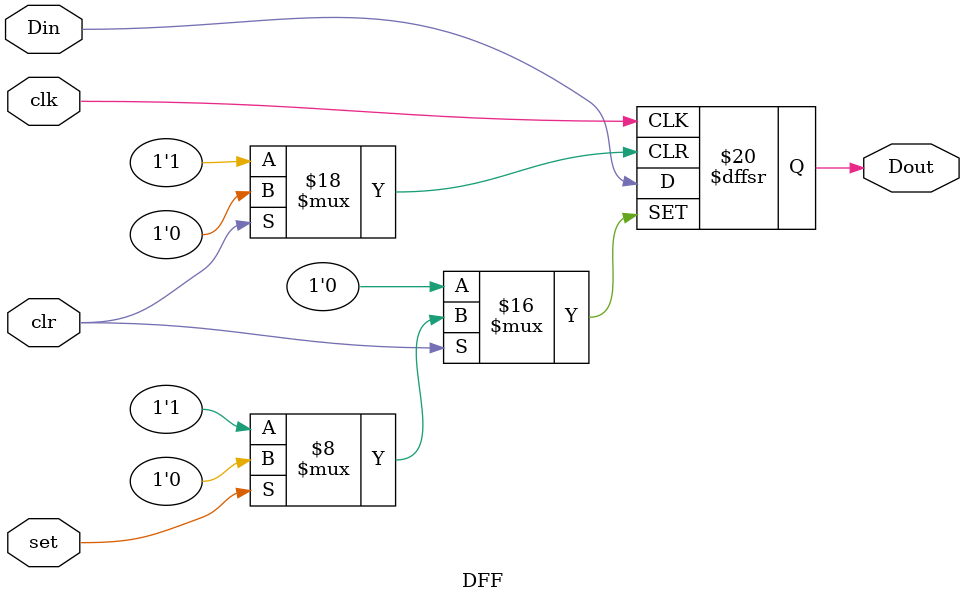
<source format=v>
module DFF(clk, set, clr, Din, Dout);
    input clk, set, clr;
    input Din;
    output reg Dout;

    always @(posedge clk or negedge clr or negedge set) begin
        if (!clr)
            Dout <= 1'b0;
        else if (!set)
            Dout <= 1'b1;
        else
            Dout <= Din;
    end
endmodule

</source>
